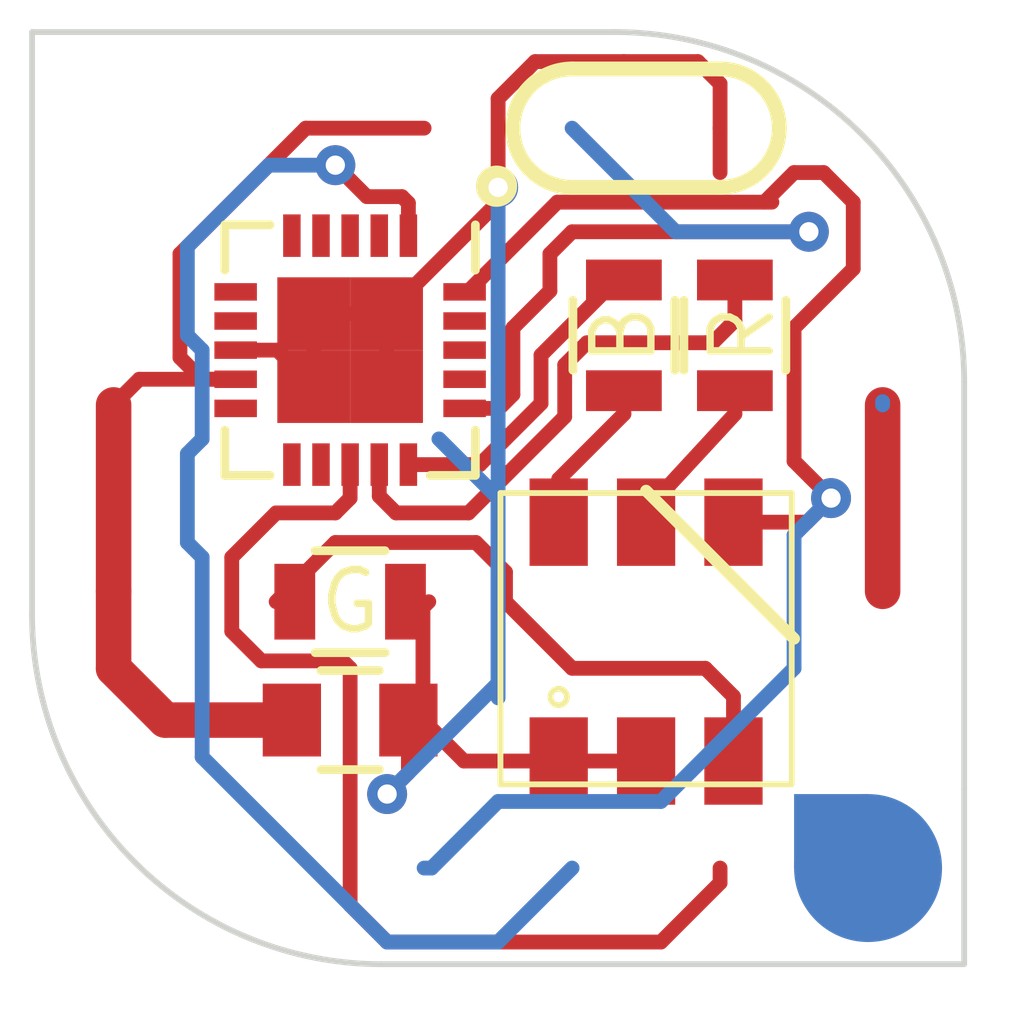
<source format=kicad_pcb>
(kicad_pcb (version 4) (host pcbnew "(2015-08-15 BZR 6092)-product")

  (general
    (links 15)
    (no_connects 0)
    (area 202.269999 86.699999 219.870001 110.906687)
    (thickness 1.6)
    (drawings 19)
    (tracks 132)
    (zones 0)
    (modules 7)
    (nets 12)
  )

  (page USLetter)
  (layers
    (0 F.Cu signal)
    (31 B.Cu signal)
    (34 B.Paste user)
    (35 F.Paste user)
    (36 B.SilkS user)
    (37 F.SilkS user)
    (38 B.Mask user)
    (39 F.Mask user)
    (40 Dwgs.User user)
    (44 Edge.Cuts user)
  )

  (setup
    (last_trace_width 0.254)
    (user_trace_width 0.254)
    (user_trace_width 0.3048)
    (user_trace_width 0.4064)
    (user_trace_width 0.6096)
    (user_trace_width 2.032)
    (trace_clearance 0.1524)
    (zone_clearance 0.508)
    (zone_45_only no)
    (trace_min 0.1524)
    (segment_width 0.254)
    (edge_width 0.1)
    (via_size 0.6858)
    (via_drill 0.3302)
    (via_min_size 0.6858)
    (via_min_drill 0.3302)
    (user_via 1 0.5)
    (uvia_size 0.762)
    (uvia_drill 0.508)
    (uvias_allowed no)
    (uvia_min_size 0.508)
    (uvia_min_drill 0.127)
    (pcb_text_width 0.3)
    (pcb_text_size 1.5 1.5)
    (mod_edge_width 0.15)
    (mod_text_size 1 1)
    (mod_text_width 0.15)
    (pad_size 1.6256 1.6256)
    (pad_drill 0.8128)
    (pad_to_mask_clearance 0)
    (aux_axis_origin 0 0)
    (grid_origin 210.82 95.25)
    (visible_elements 7FFFFFFF)
    (pcbplotparams
      (layerselection 0x010f0_80000001)
      (usegerberextensions true)
      (excludeedgelayer true)
      (linewidth 0.100000)
      (plotframeref false)
      (viasonmask false)
      (mode 1)
      (useauxorigin false)
      (hpglpennumber 1)
      (hpglpenspeed 20)
      (hpglpendiameter 15)
      (hpglpenoverlay 2)
      (psnegative false)
      (psa4output false)
      (plotreference true)
      (plotvalue true)
      (plotinvisibletext false)
      (padsonsilk false)
      (subtractmaskfromsilk false)
      (outputformat 1)
      (mirror false)
      (drillshape 0)
      (scaleselection 1)
      (outputdirectory gerbers/))
  )

  (net 0 "")
  (net 1 GND)
  (net 2 +BATT)
  (net 3 "Net-(D1-Pad4)")
  (net 4 "Net-(D1-Pad5)")
  (net 5 "Net-(D1-Pad6)")
  (net 6 "Net-(IC1-Pad13)")
  (net 7 "Net-(IC1-Pad1)")
  (net 8 "Net-(IC1-Pad14)")
  (net 9 "Net-(IC1-Pad16)")
  (net 10 "Net-(IC1-Pad15)")
  (net 11 "Net-(D1-Pad3)")

  (net_class Default "This is the default net class."
    (clearance 0.1524)
    (trace_width 0.1524)
    (via_dia 0.6858)
    (via_drill 0.3302)
    (uvia_dia 0.762)
    (uvia_drill 0.508)
    (add_net +BATT)
    (add_net GND)
    (add_net "Net-(D1-Pad3)")
    (add_net "Net-(D1-Pad4)")
    (add_net "Net-(D1-Pad5)")
    (add_net "Net-(D1-Pad6)")
    (add_net "Net-(IC1-Pad1)")
    (add_net "Net-(IC1-Pad13)")
    (add_net "Net-(IC1-Pad14)")
    (add_net "Net-(IC1-Pad15)")
    (add_net "Net-(IC1-Pad16)")
  )

  (module Pin_Headers:Pin_Header_Straight_1x01 (layer B.Cu) (tedit 56EF5F6E) (tstamp 56EF6096)
    (at 216.535 100.965 270)
    (descr "Through hole pin header")
    (tags "pin header")
    (fp_text reference REF** (at 0 5.1 270) (layer B.SilkS) hide
      (effects (font (size 1 1) (thickness 0.15)) (justify mirror))
    )
    (fp_text value Pin_Header_Straight_1x01 (at 0 3.1 270) (layer B.Fab)
      (effects (font (size 1 1) (thickness 0.15)) (justify mirror))
    )
    (pad 1 smd rect (at 0 0 270) (size 1.27 1.27) (layers B.Cu B.Paste B.Mask))
    (pad 1 smd circle (at 0.635 -0.635 270) (size 2.54 2.54) (layers B.Cu B.Paste B.Mask))
  )

  (module myFootPrints:QFN-20-1EP_4x4mm_Pitch0.5mm (layer F.Cu) (tedit 56EEDC8C) (tstamp 56ECCED5)
    (at 208.28 92.71 270)
    (descr "20-Lead Plastic Quad Flat, No Lead Package (ML) - 4x4x0.9 mm Body [QFN]; (see Microchip Packaging Specification 00000049BS.pdf)")
    (tags "QFN 0.5")
    (path /56ECF26C)
    (attr smd)
    (fp_text reference IC1 (at 0 0 270) (layer F.SilkS) hide
      (effects (font (size 1 1) (thickness 0.15)))
    )
    (fp_text value ATTINY84A-M (at 0 3.33 270) (layer F.Fab)
      (effects (font (size 1 1) (thickness 0.15)))
    )
    (fp_line (start -2.6 -2.6) (end -2.6 2.6) (layer F.CrtYd) (width 0.05))
    (fp_line (start 2.6 -2.6) (end 2.6 2.6) (layer F.CrtYd) (width 0.05))
    (fp_line (start -2.6 -2.6) (end 2.6 -2.6) (layer F.CrtYd) (width 0.05))
    (fp_line (start -2.6 2.6) (end 2.6 2.6) (layer F.CrtYd) (width 0.05))
    (fp_line (start 2.15 -2.15) (end 2.15 -1.375) (layer F.SilkS) (width 0.15))
    (fp_line (start -2.15 2.15) (end -2.15 1.375) (layer F.SilkS) (width 0.15))
    (fp_line (start 2.15 2.15) (end 2.15 1.375) (layer F.SilkS) (width 0.15))
    (fp_line (start -2.15 -2.15) (end -1.375 -2.15) (layer F.SilkS) (width 0.15))
    (fp_line (start -2.15 2.15) (end -1.375 2.15) (layer F.SilkS) (width 0.15))
    (fp_line (start 2.15 2.15) (end 1.375 2.15) (layer F.SilkS) (width 0.15))
    (fp_line (start 2.15 -2.15) (end 1.375 -2.15) (layer F.SilkS) (width 0.15))
    (pad 1 smd rect (at -1.965 -1 270) (size 0.73 0.3) (layers F.Cu F.Paste F.Mask)
      (net 7 "Net-(IC1-Pad1)"))
    (pad 2 smd rect (at -1.965 -0.5 270) (size 0.73 0.3) (layers F.Cu F.Paste F.Mask))
    (pad 3 smd rect (at -1.965 0 270) (size 0.73 0.3) (layers F.Cu F.Paste F.Mask))
    (pad 4 smd rect (at -1.965 0.5 270) (size 0.73 0.3) (layers F.Cu F.Paste F.Mask))
    (pad 5 smd rect (at -1.965 1 270) (size 0.73 0.3) (layers F.Cu F.Paste F.Mask))
    (pad 6 smd rect (at -1 1.965) (size 0.73 0.3) (layers F.Cu F.Paste F.Mask))
    (pad 7 smd rect (at -0.5 1.965) (size 0.73 0.3) (layers F.Cu F.Paste F.Mask))
    (pad 8 smd rect (at 0 1.965) (size 0.73 0.3) (layers F.Cu F.Paste F.Mask)
      (net 1 GND))
    (pad 9 smd rect (at 0.5 1.965) (size 0.73 0.3) (layers F.Cu F.Paste F.Mask)
      (net 2 +BATT))
    (pad 10 smd rect (at 1 1.965) (size 0.73 0.3) (layers F.Cu F.Paste F.Mask))
    (pad 11 smd rect (at 1.965 1 270) (size 0.73 0.3) (layers F.Cu F.Paste F.Mask))
    (pad 12 smd rect (at 1.965 0.5 270) (size 0.73 0.3) (layers F.Cu F.Paste F.Mask))
    (pad 13 smd rect (at 1.965 0 270) (size 0.73 0.3) (layers F.Cu F.Paste F.Mask)
      (net 6 "Net-(IC1-Pad13)"))
    (pad 14 smd rect (at 1.965 -0.5 270) (size 0.73 0.3) (layers F.Cu F.Paste F.Mask)
      (net 8 "Net-(IC1-Pad14)"))
    (pad 15 smd rect (at 1.965 -1 270) (size 0.73 0.3) (layers F.Cu F.Paste F.Mask)
      (net 10 "Net-(IC1-Pad15)"))
    (pad 16 smd rect (at 1 -1.965) (size 0.73 0.3) (layers F.Cu F.Paste F.Mask)
      (net 9 "Net-(IC1-Pad16)"))
    (pad 17 smd rect (at 0.5 -1.965) (size 0.73 0.3) (layers F.Cu F.Paste F.Mask))
    (pad 18 smd rect (at 0 -1.965) (size 0.73 0.3) (layers F.Cu F.Paste F.Mask))
    (pad 19 smd rect (at -0.5 -1.965) (size 0.73 0.3) (layers F.Cu F.Paste F.Mask))
    (pad 20 smd rect (at -1 -1.965) (size 0.73 0.3) (layers F.Cu F.Paste F.Mask)
      (net 3 "Net-(D1-Pad4)"))
    (pad 8 smd rect (at 0.625 0.625 270) (size 1.25 1.25) (layers F.Cu F.Paste F.Mask)
      (net 1 GND) (solder_paste_margin_ratio -0.2))
    (pad 8 smd rect (at 0.625 -0.625 270) (size 1.25 1.25) (layers F.Cu F.Paste F.Mask)
      (net 1 GND) (solder_paste_margin_ratio -0.2))
    (pad 8 smd rect (at -0.625 0.625 270) (size 1.25 1.25) (layers F.Cu F.Paste F.Mask)
      (net 1 GND) (solder_paste_margin_ratio -0.2))
    (pad 8 smd rect (at -0.625 -0.625 270) (size 1.25 1.25) (layers F.Cu F.Paste F.Mask)
      (net 1 GND) (solder_paste_margin_ratio -0.2))
    (model Housings_DFN_QFN.3dshapes/QFN-20-1EP_4x4mm_Pitch0.5mm.wrl
      (at (xyz 0 0 0))
      (scale (xyz 1 1 1))
      (rotate (xyz 0 0 0))
    )
  )

  (module myFootPrints:LED_RGB_5050 (layer F.Cu) (tedit 56EE3A29) (tstamp 56ECCC30)
    (at 213.36 97.663 90)
    (descr "RGB LED PLLC-6")
    (tags "RGB LED PLLC-6")
    (path /56ECDC4D)
    (attr smd)
    (fp_text reference D1 (at 0 -1.4 90) (layer F.SilkS) hide
      (effects (font (size 1 1) (thickness 0.15)))
    )
    (fp_text value LED_RGB (at 0 2 90) (layer F.Fab) hide
      (effects (font (size 0.5 0.5) (thickness 0.125)))
    )
    (fp_line (start 2.54 0) (end 0 2.54) (layer F.SilkS) (width 0.2032))
    (fp_text user adafruit.com/products/619 (at 0 2.7 90) (layer F.Fab) hide
      (effects (font (size 0.2 0.2) (thickness 0.05)))
    )
    (fp_circle (center -1 -1.5) (end -1.1 -1.6) (layer F.SilkS) (width 0.1))
    (fp_line (start -2.5 -2.5) (end 2.5 -2.5) (layer F.SilkS) (width 0.1))
    (fp_line (start 2.5 -2.5) (end 2.5 2.5) (layer F.SilkS) (width 0.1))
    (fp_line (start 2.5 2.5) (end -2.5 2.5) (layer F.SilkS) (width 0.1))
    (fp_line (start -2.5 2.5) (end -2.5 -2.5) (layer F.SilkS) (width 0.1))
    (pad 1 smd rect (at -2.1 -1.5 180) (size 1 1.5) (layers F.Cu F.Paste F.Mask)
      (net 1 GND))
    (pad 2 smd rect (at -2.1 0 180) (size 1 1.5) (layers F.Cu F.Paste F.Mask)
      (net 1 GND))
    (pad 3 smd rect (at -2.1 1.5 180) (size 1 1.5) (layers F.Cu F.Paste F.Mask)
      (net 11 "Net-(D1-Pad3)"))
    (pad 4 smd rect (at 2 1.5 180) (size 1 1.5) (layers F.Cu F.Paste F.Mask)
      (net 3 "Net-(D1-Pad4)"))
    (pad 5 smd rect (at 2 0 180) (size 1 1.5) (layers F.Cu F.Paste F.Mask)
      (net 4 "Net-(D1-Pad5)"))
    (pad 6 smd rect (at 2 -1.5 180) (size 1 1.5) (layers F.Cu F.Paste F.Mask)
      (net 5 "Net-(D1-Pad6)"))
  )

  (module Resistors_SMD:R_0805 (layer F.Cu) (tedit 56EF3774) (tstamp 56ECD4EA)
    (at 212.979 92.456 270)
    (descr "Resistor SMD 0805, reflow soldering, Vishay (see dcrcw.pdf)")
    (tags "resistor 0805")
    (path /56DBEFE7)
    (attr smd)
    (fp_text reference R3 (at 0 -2.1 270) (layer F.SilkS) hide
      (effects (font (size 1 1) (thickness 0.15)))
    )
    (fp_text value R (at 0 2.1 270) (layer F.Fab) hide
      (effects (font (size 1 1) (thickness 0.15)))
    )
    (fp_line (start -1.6 -1) (end 1.6 -1) (layer F.CrtYd) (width 0.05))
    (fp_line (start -1.6 1) (end 1.6 1) (layer F.CrtYd) (width 0.05))
    (fp_line (start -1.6 -1) (end -1.6 1) (layer F.CrtYd) (width 0.05))
    (fp_line (start 1.6 -1) (end 1.6 1) (layer F.CrtYd) (width 0.05))
    (fp_line (start 0.6 0.875) (end -0.6 0.875) (layer F.SilkS) (width 0.15))
    (fp_line (start -0.6 -0.875) (end 0.6 -0.875) (layer F.SilkS) (width 0.15))
    (pad 1 smd rect (at -0.95 0 270) (size 0.7 1.3) (layers F.Cu F.Paste F.Mask)
      (net 10 "Net-(IC1-Pad15)"))
    (pad 2 smd rect (at 0.95 0 270) (size 0.7 1.3) (layers F.Cu F.Paste F.Mask)
      (net 5 "Net-(D1-Pad6)"))
    (model Resistors_SMD.3dshapes/R_0805.wrl
      (at (xyz 0 0 0))
      (scale (xyz 1 1 1))
      (rotate (xyz 0 0 0))
    )
  )

  (module Resistors_SMD:R_0805 (layer F.Cu) (tedit 56EF3763) (tstamp 56ECD4E5)
    (at 214.884 92.456 270)
    (descr "Resistor SMD 0805, reflow soldering, Vishay (see dcrcw.pdf)")
    (tags "resistor 0805")
    (path /56DBEF6A)
    (attr smd)
    (fp_text reference R2 (at 0 -2.1 270) (layer F.SilkS) hide
      (effects (font (size 1 1) (thickness 0.15)))
    )
    (fp_text value R (at 0 2.1 270) (layer F.Fab) hide
      (effects (font (size 1 1) (thickness 0.15)))
    )
    (fp_line (start -1.6 -1) (end 1.6 -1) (layer F.CrtYd) (width 0.05))
    (fp_line (start -1.6 1) (end 1.6 1) (layer F.CrtYd) (width 0.05))
    (fp_line (start -1.6 -1) (end -1.6 1) (layer F.CrtYd) (width 0.05))
    (fp_line (start 1.6 -1) (end 1.6 1) (layer F.CrtYd) (width 0.05))
    (fp_line (start 0.6 0.875) (end -0.6 0.875) (layer F.SilkS) (width 0.15))
    (fp_line (start -0.6 -0.875) (end 0.6 -0.875) (layer F.SilkS) (width 0.15))
    (pad 1 smd rect (at -0.95 0 270) (size 0.7 1.3) (layers F.Cu F.Paste F.Mask)
      (net 8 "Net-(IC1-Pad14)"))
    (pad 2 smd rect (at 0.95 0 270) (size 0.7 1.3) (layers F.Cu F.Paste F.Mask)
      (net 4 "Net-(D1-Pad5)"))
    (model Resistors_SMD.3dshapes/R_0805.wrl
      (at (xyz 0 0 0))
      (scale (xyz 1 1 1))
      (rotate (xyz 0 0 0))
    )
  )

  (module Resistors_SMD:R_0805 (layer F.Cu) (tedit 56EF3782) (tstamp 56ECD4E0)
    (at 208.28 97.028)
    (descr "Resistor SMD 0805, reflow soldering, Vishay (see dcrcw.pdf)")
    (tags "resistor 0805")
    (path /56CEB2B5)
    (attr smd)
    (fp_text reference R1 (at 0 -2.1) (layer F.SilkS) hide
      (effects (font (size 1 1) (thickness 0.15)))
    )
    (fp_text value R (at 0 2.1) (layer F.Fab) hide
      (effects (font (size 1 1) (thickness 0.15)))
    )
    (fp_line (start -1.6 -1) (end 1.6 -1) (layer F.CrtYd) (width 0.05))
    (fp_line (start -1.6 1) (end 1.6 1) (layer F.CrtYd) (width 0.05))
    (fp_line (start -1.6 -1) (end -1.6 1) (layer F.CrtYd) (width 0.05))
    (fp_line (start 1.6 -1) (end 1.6 1) (layer F.CrtYd) (width 0.05))
    (fp_line (start 0.6 0.875) (end -0.6 0.875) (layer F.SilkS) (width 0.15))
    (fp_line (start -0.6 -0.875) (end 0.6 -0.875) (layer F.SilkS) (width 0.15))
    (pad 1 smd rect (at -0.95 0) (size 0.7 1.3) (layers F.Cu F.Paste F.Mask)
      (net 11 "Net-(D1-Pad3)"))
    (pad 2 smd rect (at 0.95 0) (size 0.7 1.3) (layers F.Cu F.Paste F.Mask)
      (net 1 GND))
    (model Resistors_SMD.3dshapes/R_0805.wrl
      (at (xyz 0 0 0))
      (scale (xyz 1 1 1))
      (rotate (xyz 0 0 0))
    )
  )

  (module Capacitors_SMD:C_0805 (layer F.Cu) (tedit 56EF378E) (tstamp 56ECD4D1)
    (at 208.28 99.06)
    (descr "Capacitor SMD 0805, reflow soldering, AVX (see smccp.pdf)")
    (tags "capacitor 0805")
    (path /553FDF53)
    (attr smd)
    (fp_text reference C1 (at 0 -2.1) (layer F.SilkS) hide
      (effects (font (size 1 1) (thickness 0.15)))
    )
    (fp_text value "0.1 uF" (at 0 2.1) (layer F.Fab) hide
      (effects (font (size 1 1) (thickness 0.15)))
    )
    (fp_line (start -1.8 -1) (end 1.8 -1) (layer F.CrtYd) (width 0.05))
    (fp_line (start -1.8 1) (end 1.8 1) (layer F.CrtYd) (width 0.05))
    (fp_line (start -1.8 -1) (end -1.8 1) (layer F.CrtYd) (width 0.05))
    (fp_line (start 1.8 -1) (end 1.8 1) (layer F.CrtYd) (width 0.05))
    (fp_line (start 0.5 -0.85) (end -0.5 -0.85) (layer F.SilkS) (width 0.15))
    (fp_line (start -0.5 0.85) (end 0.5 0.85) (layer F.SilkS) (width 0.15))
    (pad 1 smd rect (at -1 0) (size 1 1.25) (layers F.Cu F.Paste F.Mask)
      (net 2 +BATT))
    (pad 2 smd rect (at 1 0) (size 1 1.25) (layers F.Cu F.Paste F.Mask)
      (net 1 GND))
    (model Capacitors_SMD.3dshapes/C_0805.wrl
      (at (xyz 0 0 0))
      (scale (xyz 1 1 1))
      (rotate (xyz 0 0 0))
    )
  )

  (gr_line (start 218.82 100.25) (end 218.82 93.25) (angle 90) (layer Edge.Cuts) (width 0.1))
  (gr_line (start 202.82 87.25) (end 212.82 87.25) (angle 90) (layer Edge.Cuts) (width 0.1))
  (gr_arc (start 212.82 93.25) (end 212.82 87.25) (angle 90) (layer Edge.Cuts) (width 0.1))
  (gr_line (start 218.82 100.25) (end 218.82 103.25) (angle 90) (layer Edge.Cuts) (width 0.1))
  (gr_line (start 202.82 87.25) (end 202.82 97.25) (angle 90) (layer Edge.Cuts) (width 0.1))
  (gr_line (start 218.82 103.25) (end 208.82 103.25) (angle 90) (layer Edge.Cuts) (width 0.1))
  (gr_arc (start 208.82 97.25) (end 208.82 103.25) (angle 90) (layer Edge.Cuts) (width 0.1))
  (gr_circle (center 210.793 89.896) (end 210.893 89.896) (layer F.SilkS) (width 0.254))
  (gr_line (start 212.09 87.884) (end 214.63 87.884) (angle 90) (layer F.SilkS) (width 0.254))
  (gr_line (start 212.09 89.916) (end 214.63 89.916) (angle 90) (layer F.SilkS) (width 0.254))
  (gr_arc (start 214.63 88.9) (end 215.646 88.9) (angle 90) (layer F.SilkS) (width 0.254))
  (gr_arc (start 214.63 88.9) (end 214.63 87.884) (angle 90) (layer F.SilkS) (width 0.254))
  (gr_arc (start 212.09 88.9) (end 212.09 89.916) (angle 90) (layer F.SilkS) (width 0.254))
  (gr_arc (start 212.09 88.9) (end 211.074 88.9) (angle 90) (layer F.SilkS) (width 0.254))
  (gr_text G (at 208.28 97.028) (layer F.SilkS)
    (effects (font (size 1.016 1.016) (thickness 0.127)))
  )
  (gr_text R (at 215.011 92.456 90) (layer F.SilkS)
    (effects (font (size 1.016 1.016) (thickness 0.127)))
  )
  (gr_text B (at 212.979 92.456 90) (layer F.SilkS)
    (effects (font (size 1.016 1.016) (thickness 0.127)))
  )
  (gr_line (start 202.32 86.75) (end 219.82 104.25) (angle 90) (layer Dwgs.User) (width 0.1))
  (gr_circle (center 210.82 95.25) (end 215.9 101.6) (layer Dwgs.User) (width 0.1))

  (segment (start 217.42 93.65) (end 217.42 93.595) (width 0.254) (layer B.Cu) (net 0))
  (segment (start 217.42 96.85) (end 217.42 93.65) (width 0.6096) (layer F.Cu) (net 0))
  (via (at 210.82 89.916) (size 0.6858) (drill 0.3302) (layers F.Cu B.Cu) (net 1))
  (segment (start 210.82 89.916) (end 210.82 95.25) (width 0.254) (layer B.Cu) (net 1) (tstamp 56EF5E4D))
  (segment (start 210.82 95.25) (end 210.82 98.425) (width 0.254) (layer B.Cu) (net 1))
  (segment (start 210.82 98.425) (end 208.915 100.33) (width 0.254) (layer B.Cu) (net 1) (tstamp 56EF38AB))
  (segment (start 209.28 99.965) (end 209.28 99.06) (width 0.254) (layer F.Cu) (net 1) (tstamp 56EF38B6))
  (segment (start 208.915 100.33) (end 209.28 99.965) (width 0.254) (layer F.Cu) (net 1) (tstamp 56EF38B5))
  (via (at 208.915 100.33) (size 0.6858) (drill 0.3302) (layers F.Cu B.Cu) (net 1))
  (segment (start 208.905 92.085) (end 210.82 90.17) (width 0.254) (layer F.Cu) (net 1))
  (segment (start 214.249 87.757) (end 214.63 88.138) (width 0.254) (layer F.Cu) (net 1) (tstamp 56EF33FB))
  (segment (start 212.979 87.757) (end 214.249 87.757) (width 0.254) (layer F.Cu) (net 1) (tstamp 56EF33F9))
  (segment (start 211.455 87.757) (end 212.979 87.757) (width 0.254) (layer F.Cu) (net 1) (tstamp 56EF33F8))
  (segment (start 210.82 88.392) (end 211.455 87.757) (width 0.254) (layer F.Cu) (net 1) (tstamp 56EF33F5))
  (segment (start 210.82 90.17) (end 210.82 89.916) (width 0.254) (layer F.Cu) (net 1) (tstamp 56EF33EC))
  (segment (start 210.82 89.916) (end 210.82 88.392) (width 0.254) (layer F.Cu) (net 1) (tstamp 56EF5E43))
  (segment (start 214.63 88.138) (end 214.63 88.9) (width 0.254) (layer F.Cu) (net 1) (tstamp 56EF33FE))
  (segment (start 214.63 89.662) (end 214.63 88.9) (width 0.254) (layer F.Cu) (net 1) (tstamp 56EF31F8))
  (segment (start 208.905 92.085) (end 208.905 93.335) (width 0.254) (layer F.Cu) (net 1))
  (segment (start 207.655 92.085) (end 208.905 92.085) (width 0.254) (layer F.Cu) (net 1))
  (segment (start 207.655 93.335) (end 207.655 92.085) (width 0.254) (layer F.Cu) (net 1))
  (segment (start 206.315 92.71) (end 207.03 92.71) (width 0.254) (layer F.Cu) (net 1))
  (segment (start 207.03 92.71) (end 207.655 93.335) (width 0.254) (layer F.Cu) (net 1) (tstamp 56EEDD39))
  (segment (start 210.82 98.679) (end 210.82 95.25) (width 0.254) (layer B.Cu) (net 1) (tstamp 56EE1F29))
  (segment (start 209.804 94.234) (end 210.82 95.25) (width 0.254) (layer B.Cu) (net 1) (tstamp 56EE1D93))
  (segment (start 209.53 99.06) (end 209.53 97.128) (width 0.254) (layer F.Cu) (net 1))
  (segment (start 209.53 97.128) (end 209.63 97.028) (width 0.254) (layer F.Cu) (net 1) (tstamp 56EE196B))
  (segment (start 211.86 99.763) (end 210.233 99.763) (width 0.254) (layer F.Cu) (net 1))
  (segment (start 210.233 99.763) (end 209.53 99.06) (width 0.254) (layer F.Cu) (net 1) (tstamp 56EE1967))
  (segment (start 213.36 99.763) (end 211.86 99.763) (width 0.254) (layer F.Cu) (net 1))
  (segment (start 206.315 93.21) (end 205.732 93.21) (width 0.254) (layer F.Cu) (net 2))
  (segment (start 207.518 88.9) (end 209.55 88.9) (width 0.254) (layer F.Cu) (net 2) (tstamp 56EF321F))
  (segment (start 205.359 91.059) (end 207.518 88.9) (width 0.254) (layer F.Cu) (net 2) (tstamp 56EF321A))
  (segment (start 205.359 92.837) (end 205.359 91.059) (width 0.254) (layer F.Cu) (net 2) (tstamp 56EF3217))
  (segment (start 205.732 93.21) (end 205.359 92.837) (width 0.254) (layer F.Cu) (net 2) (tstamp 56EF3213))
  (segment (start 206.315 93.21) (end 204.66 93.21) (width 0.254) (layer F.Cu) (net 2))
  (segment (start 204.66 93.21) (end 204.22 93.65) (width 0.254) (layer F.Cu) (net 2) (tstamp 56EE19C4))
  (segment (start 204.22 96.85) (end 204.22 93.65) (width 0.6096) (layer F.Cu) (net 2))
  (segment (start 207.03 99.06) (end 205.105 99.06) (width 0.6096) (layer F.Cu) (net 2))
  (segment (start 204.22 98.175) (end 204.22 96.85) (width 0.6096) (layer F.Cu) (net 2) (tstamp 56EE19B3))
  (segment (start 205.105 99.06) (end 204.22 98.175) (width 0.6096) (layer F.Cu) (net 2) (tstamp 56EE19B0))
  (segment (start 215.392 90.17) (end 215.9 89.662) (width 0.254) (layer F.Cu) (net 3))
  (segment (start 215.9 94.615) (end 216.535 95.25) (width 0.254) (layer F.Cu) (net 3) (tstamp 56EF387A))
  (segment (start 215.9 92.329) (end 215.9 94.615) (width 0.254) (layer F.Cu) (net 3) (tstamp 56EF3878))
  (segment (start 216.916 91.313) (end 215.9 92.329) (width 0.254) (layer F.Cu) (net 3) (tstamp 56EF3872))
  (segment (start 216.916 90.17) (end 216.916 91.313) (width 0.254) (layer F.Cu) (net 3) (tstamp 56EF3871))
  (segment (start 216.408 89.662) (end 216.916 90.17) (width 0.254) (layer F.Cu) (net 3) (tstamp 56EF386F))
  (segment (start 215.9 89.662) (end 216.408 89.662) (width 0.254) (layer F.Cu) (net 3) (tstamp 56EF386E))
  (segment (start 210.245 91.71) (end 210.296 91.71) (width 0.254) (layer F.Cu) (net 3))
  (segment (start 210.296 91.71) (end 211.836 90.17) (width 0.254) (layer F.Cu) (net 3) (tstamp 56EF37EA))
  (segment (start 211.836 90.17) (end 215.392 90.17) (width 0.254) (layer F.Cu) (net 3) (tstamp 56EF37F1))
  (segment (start 215.392 90.17) (end 215.519 90.17) (width 0.254) (layer F.Cu) (net 3) (tstamp 56EF386C))
  (segment (start 209.55 101.6) (end 209.677 101.6) (width 0.254) (layer B.Cu) (net 3))
  (segment (start 209.677 101.6) (end 210.82 100.457) (width 0.254) (layer B.Cu) (net 3) (tstamp 56EF3702))
  (via (at 216.535 95.25) (size 0.6858) (drill 0.3302) (layers F.Cu B.Cu) (net 3))
  (segment (start 215.9 95.885) (end 216.535 95.25) (width 0.254) (layer B.Cu) (net 3) (tstamp 56EF3713))
  (segment (start 215.9 98.171) (end 215.9 95.885) (width 0.254) (layer B.Cu) (net 3) (tstamp 56EF370F))
  (segment (start 213.614 100.457) (end 215.9 98.171) (width 0.254) (layer B.Cu) (net 3) (tstamp 56EF3709))
  (segment (start 210.82 100.457) (end 213.614 100.457) (width 0.254) (layer B.Cu) (net 3) (tstamp 56EF3705))
  (segment (start 216.535 95.25) (end 216.122 95.663) (width 0.254) (layer F.Cu) (net 3) (tstamp 56EF371E))
  (segment (start 216.122 95.663) (end 214.86 95.663) (width 0.254) (layer F.Cu) (net 3) (tstamp 56EF371F))
  (segment (start 214.979 95.663) (end 214.86 95.663) (width 0.254) (layer F.Cu) (net 3) (tstamp 56EF33B8))
  (segment (start 214.884 93.406) (end 214.884 93.806) (width 0.254) (layer F.Cu) (net 4))
  (segment (start 214.884 93.806) (end 213.36 95.457) (width 0.254) (layer F.Cu) (net 4) (tstamp 56EE1BFC) (status 20))
  (segment (start 213.36 95.663) (end 213.36 95.457) (width 0.254) (layer F.Cu) (net 4))
  (segment (start 213.36 95.663) (end 213.36 95.076) (width 0.254) (layer F.Cu) (net 4))
  (segment (start 212.979 93.406) (end 212.979 93.806) (width 0.254) (layer F.Cu) (net 5))
  (segment (start 212.979 93.806) (end 211.86 94.925) (width 0.254) (layer F.Cu) (net 5) (tstamp 56EE1BFF))
  (segment (start 211.86 95.663) (end 211.86 94.925) (width 0.254) (layer F.Cu) (net 5))
  (segment (start 214.63 101.6) (end 214.63 101.854) (width 0.254) (layer F.Cu) (net 6))
  (segment (start 214.63 101.854) (end 213.614 102.87) (width 0.254) (layer F.Cu) (net 6) (tstamp 56EF32E6))
  (segment (start 213.614 102.87) (end 208.915 102.87) (width 0.254) (layer F.Cu) (net 6) (tstamp 56EF32E8))
  (segment (start 208.915 102.87) (end 208.28 102.235) (width 0.254) (layer F.Cu) (net 6) (tstamp 56EF32ED))
  (segment (start 208.28 102.235) (end 208.28 98.171) (width 0.254) (layer F.Cu) (net 6) (tstamp 56EF32EF))
  (segment (start 208.28 98.171) (end 208.153 98.044) (width 0.254) (layer F.Cu) (net 6) (tstamp 56EF32FF))
  (segment (start 208.153 98.044) (end 206.756 98.044) (width 0.254) (layer F.Cu) (net 6) (tstamp 56EF3300))
  (segment (start 206.756 98.044) (end 206.248 97.536) (width 0.254) (layer F.Cu) (net 6) (tstamp 56EF3302))
  (segment (start 206.248 97.536) (end 206.248 96.266) (width 0.254) (layer F.Cu) (net 6) (tstamp 56EF3307))
  (segment (start 206.248 96.266) (end 207.01 95.504) (width 0.254) (layer F.Cu) (net 6) (tstamp 56EF330A))
  (segment (start 207.01 95.504) (end 208.026 95.504) (width 0.254) (layer F.Cu) (net 6) (tstamp 56EF330C))
  (segment (start 208.026 95.504) (end 208.28 95.25) (width 0.254) (layer F.Cu) (net 6) (tstamp 56EF3310))
  (segment (start 208.28 95.25) (end 208.28 94.675) (width 0.254) (layer F.Cu) (net 6) (tstamp 56EF3311))
  (segment (start 209.28 90.745) (end 209.28 90.186) (width 0.254) (layer F.Cu) (net 7))
  (segment (start 210.82 102.87) (end 212.09 101.6) (width 0.254) (layer B.Cu) (net 7) (tstamp 56EF355F))
  (segment (start 208.915 102.87) (end 210.82 102.87) (width 0.254) (layer B.Cu) (net 7) (tstamp 56EF355C))
  (segment (start 205.74 99.695) (end 208.915 102.87) (width 0.254) (layer B.Cu) (net 7) (tstamp 56EF3551))
  (segment (start 205.74 96.266) (end 205.74 99.695) (width 0.254) (layer B.Cu) (net 7) (tstamp 56EF354C))
  (segment (start 205.486 96.012) (end 205.74 96.266) (width 0.254) (layer B.Cu) (net 7) (tstamp 56EF354A))
  (segment (start 205.486 94.488) (end 205.486 96.012) (width 0.254) (layer B.Cu) (net 7) (tstamp 56EF3548))
  (segment (start 205.74 94.234) (end 205.486 94.488) (width 0.254) (layer B.Cu) (net 7) (tstamp 56EF3542))
  (segment (start 205.74 92.71) (end 205.74 94.234) (width 0.254) (layer B.Cu) (net 7) (tstamp 56EF3536))
  (segment (start 205.486 92.456) (end 205.74 92.71) (width 0.254) (layer B.Cu) (net 7) (tstamp 56EF352B))
  (segment (start 205.486 90.932) (end 205.486 92.456) (width 0.254) (layer B.Cu) (net 7) (tstamp 56EF3529))
  (segment (start 206.883 89.535) (end 205.486 90.932) (width 0.254) (layer B.Cu) (net 7) (tstamp 56EF3527))
  (segment (start 208.026 89.535) (end 206.883 89.535) (width 0.254) (layer B.Cu) (net 7) (tstamp 56EF3526))
  (via (at 208.026 89.535) (size 0.6858) (drill 0.3302) (layers F.Cu B.Cu) (net 7))
  (segment (start 208.566 90.075) (end 208.026 89.535) (width 0.254) (layer F.Cu) (net 7) (tstamp 56EF351B))
  (segment (start 209.169 90.075) (end 208.566 90.075) (width 0.254) (layer F.Cu) (net 7) (tstamp 56EF351A))
  (segment (start 209.28 90.186) (end 209.169 90.075) (width 0.254) (layer F.Cu) (net 7) (tstamp 56EF3519))
  (segment (start 209.296 90.729) (end 209.28 90.745) (width 0.254) (layer F.Cu) (net 7) (tstamp 56EE225F))
  (segment (start 214.376 92.583) (end 214.503 92.583) (width 0.254) (layer F.Cu) (net 8))
  (segment (start 212.344 92.583) (end 214.376 92.583) (width 0.254) (layer F.Cu) (net 8) (tstamp 56EE1C3D))
  (segment (start 211.963 92.964) (end 212.344 92.583) (width 0.254) (layer F.Cu) (net 8) (tstamp 56EE1C39))
  (segment (start 211.963 93.853) (end 211.963 92.964) (width 0.254) (layer F.Cu) (net 8) (tstamp 56EE1C37))
  (segment (start 210.312 95.504) (end 211.963 93.853) (width 0.254) (layer F.Cu) (net 8) (tstamp 56EE1C2A))
  (segment (start 209.067402 95.504) (end 210.312 95.504) (width 0.254) (layer F.Cu) (net 8) (tstamp 56EE1C27))
  (segment (start 208.78 95.216598) (end 209.067402 95.504) (width 0.254) (layer F.Cu) (net 8) (tstamp 56EE1C25))
  (segment (start 208.78 94.675) (end 208.78 95.216598) (width 0.254) (layer F.Cu) (net 8))
  (segment (start 214.884 92.202) (end 214.884 91.506) (width 0.254) (layer F.Cu) (net 8) (tstamp 56EF31A3))
  (segment (start 214.503 92.583) (end 214.884 92.202) (width 0.254) (layer F.Cu) (net 8) (tstamp 56EF31A1))
  (segment (start 210.245 93.71) (end 210.836 93.71) (width 0.254) (layer F.Cu) (net 9))
  (segment (start 213.868 90.678) (end 212.09 88.9) (width 0.254) (layer B.Cu) (net 9) (tstamp 56EF385E))
  (segment (start 216.154 90.678) (end 213.868 90.678) (width 0.254) (layer B.Cu) (net 9) (tstamp 56EF385D))
  (via (at 216.154 90.678) (size 0.6858) (drill 0.3302) (layers F.Cu B.Cu) (net 9))
  (segment (start 212.09 90.678) (end 216.154 90.678) (width 0.254) (layer F.Cu) (net 9) (tstamp 56EF3855))
  (segment (start 211.709 91.059) (end 212.09 90.678) (width 0.254) (layer F.Cu) (net 9) (tstamp 56EF3853))
  (segment (start 211.709 91.694) (end 211.709 91.059) (width 0.254) (layer F.Cu) (net 9) (tstamp 56EF3851))
  (segment (start 211.074 92.329) (end 211.709 91.694) (width 0.254) (layer F.Cu) (net 9) (tstamp 56EF384B))
  (segment (start 211.074 93.472) (end 211.074 92.329) (width 0.254) (layer F.Cu) (net 9) (tstamp 56EF3848))
  (segment (start 210.836 93.71) (end 211.074 93.472) (width 0.254) (layer F.Cu) (net 9) (tstamp 56EF3842))
  (segment (start 209.28 94.675) (end 210.506 94.675) (width 0.254) (layer F.Cu) (net 10))
  (segment (start 211.556598 92.795662) (end 212.979 91.37326) (width 0.254) (layer F.Cu) (net 10) (tstamp 56EE1C4B))
  (segment (start 211.556598 93.624402) (end 211.556598 92.795662) (width 0.254) (layer F.Cu) (net 10) (tstamp 56EE1C48))
  (segment (start 210.506 94.675) (end 211.556598 93.624402) (width 0.254) (layer F.Cu) (net 10) (tstamp 56EE1C46))
  (segment (start 207.01 97.028) (end 208.026 96.012) (width 0.254) (layer F.Cu) (net 11) (tstamp 56EE194A))
  (segment (start 208.026 96.012) (end 210.439 96.012) (width 0.254) (layer F.Cu) (net 11) (tstamp 56EE194C))
  (segment (start 210.439 96.012) (end 210.947 96.52) (width 0.254) (layer F.Cu) (net 11) (tstamp 56EE1950))
  (segment (start 210.947 96.52) (end 210.947 97.028) (width 0.254) (layer F.Cu) (net 11) (tstamp 56EE1952))
  (segment (start 210.947 97.028) (end 212.09 98.171) (width 0.254) (layer F.Cu) (net 11) (tstamp 56EE1955))
  (segment (start 212.09 98.171) (end 214.376 98.171) (width 0.254) (layer F.Cu) (net 11) (tstamp 56EE1957))
  (segment (start 214.376 98.171) (end 214.86 98.655) (width 0.254) (layer F.Cu) (net 11) (tstamp 56EE1959))
  (segment (start 214.86 98.655) (end 214.86 99.763) (width 0.254) (layer F.Cu) (net 11) (tstamp 56EE195A))

)

</source>
